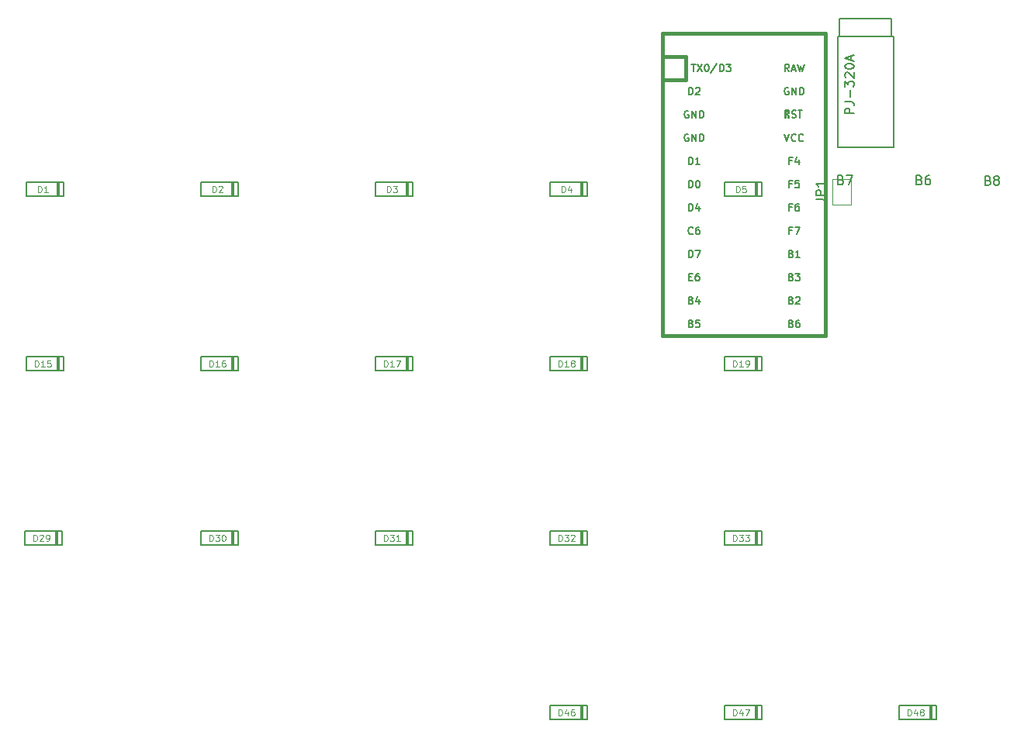
<source format=gbr>
G04 #@! TF.GenerationSoftware,KiCad,Pcbnew,(5.1.2)-2*
G04 #@! TF.CreationDate,2020-05-14T12:33:36-05:00*
G04 #@! TF.ProjectId,3DotDash,33446f74-4461-4736-982e-6b696361645f,rev?*
G04 #@! TF.SameCoordinates,Original*
G04 #@! TF.FileFunction,Legend,Top*
G04 #@! TF.FilePolarity,Positive*
%FSLAX46Y46*%
G04 Gerber Fmt 4.6, Leading zero omitted, Abs format (unit mm)*
G04 Created by KiCad (PCBNEW (5.1.2)-2) date 2020-05-14 12:33:36*
%MOMM*%
%LPD*%
G04 APERTURE LIST*
%ADD10C,0.150000*%
%ADD11C,0.120000*%
%ADD12C,0.381000*%
%ADD13C,0.100000*%
%ADD14C,0.125000*%
G04 APERTURE END LIST*
D10*
X217900000Y-52450000D02*
X211800000Y-52450000D01*
X217900000Y-64550000D02*
X211800000Y-64550000D01*
X217900000Y-52450000D02*
X217900000Y-64550000D01*
X211800000Y-52450000D02*
X211800000Y-64550000D01*
X217650000Y-52450000D02*
X217650000Y-50450000D01*
X212050000Y-52450000D02*
X212050000Y-50450000D01*
X217650000Y-50450000D02*
X212050000Y-50450000D01*
D11*
X213270000Y-68000000D02*
X213270000Y-70800000D01*
X213270000Y-70800000D02*
X211270000Y-70800000D01*
X211270000Y-70800000D02*
X211270000Y-68000000D01*
X211270000Y-68000000D02*
X213270000Y-68000000D01*
D12*
X195262500Y-54610000D02*
X192722500Y-54610000D01*
X192722500Y-52070000D02*
X192722500Y-54610000D01*
X210502500Y-52070000D02*
X192722500Y-52070000D01*
X210502500Y-54610000D02*
X210502500Y-52070000D01*
D10*
G36*
X206544068Y-61089360D02*
G01*
X206544068Y-61289360D01*
X206444068Y-61289360D01*
X206444068Y-61089360D01*
X206544068Y-61089360D01*
G37*
X206544068Y-61089360D02*
X206544068Y-61289360D01*
X206444068Y-61289360D01*
X206444068Y-61089360D01*
X206544068Y-61089360D01*
G36*
X206144068Y-60489360D02*
G01*
X206144068Y-61289360D01*
X206044068Y-61289360D01*
X206044068Y-60489360D01*
X206144068Y-60489360D01*
G37*
X206144068Y-60489360D02*
X206144068Y-61289360D01*
X206044068Y-61289360D01*
X206044068Y-60489360D01*
X206144068Y-60489360D01*
G36*
X206544068Y-60489360D02*
G01*
X206544068Y-60589360D01*
X206044068Y-60589360D01*
X206044068Y-60489360D01*
X206544068Y-60489360D01*
G37*
X206544068Y-60489360D02*
X206544068Y-60589360D01*
X206044068Y-60589360D01*
X206044068Y-60489360D01*
X206544068Y-60489360D01*
G36*
X206344068Y-60889360D02*
G01*
X206344068Y-60989360D01*
X206244068Y-60989360D01*
X206244068Y-60889360D01*
X206344068Y-60889360D01*
G37*
X206344068Y-60889360D02*
X206344068Y-60989360D01*
X206244068Y-60989360D01*
X206244068Y-60889360D01*
X206344068Y-60889360D01*
G36*
X206544068Y-60489360D02*
G01*
X206544068Y-60789360D01*
X206444068Y-60789360D01*
X206444068Y-60489360D01*
X206544068Y-60489360D01*
G37*
X206544068Y-60489360D02*
X206544068Y-60789360D01*
X206444068Y-60789360D01*
X206444068Y-60489360D01*
X206544068Y-60489360D01*
D12*
X195262500Y-57150000D02*
X192722500Y-57150000D01*
X195262500Y-54610000D02*
X195262500Y-57150000D01*
X210502500Y-85090000D02*
X210502500Y-54610000D01*
X192722500Y-85090000D02*
X210502500Y-85090000D01*
X192722500Y-54610000D02*
X192722500Y-85090000D01*
D13*
G36*
X221848750Y-125516749D02*
G01*
X221848750Y-127040749D01*
X222102750Y-127040749D01*
X222102750Y-125516749D01*
X221848750Y-125516749D01*
G37*
X221848750Y-125516749D02*
X221848750Y-127040749D01*
X222102750Y-127040749D01*
X222102750Y-125516749D01*
X221848750Y-125516749D01*
D10*
X218546750Y-127040749D02*
X222610750Y-127040749D01*
X218546750Y-125516749D02*
X218546750Y-127040749D01*
X222610750Y-125516749D02*
X218546750Y-125516749D01*
X222610750Y-127040749D02*
X222610750Y-125516749D01*
D13*
G36*
X202798750Y-125516750D02*
G01*
X202798750Y-127040750D01*
X203052750Y-127040750D01*
X203052750Y-125516750D01*
X202798750Y-125516750D01*
G37*
X202798750Y-125516750D02*
X202798750Y-127040750D01*
X203052750Y-127040750D01*
X203052750Y-125516750D01*
X202798750Y-125516750D01*
D10*
X199496750Y-127040750D02*
X203560750Y-127040750D01*
X199496750Y-125516750D02*
X199496750Y-127040750D01*
X203560750Y-125516750D02*
X199496750Y-125516750D01*
X203560750Y-127040750D02*
X203560750Y-125516750D01*
D13*
G36*
X183748750Y-125516751D02*
G01*
X183748750Y-127040751D01*
X184002750Y-127040751D01*
X184002750Y-125516751D01*
X183748750Y-125516751D01*
G37*
X183748750Y-125516751D02*
X183748750Y-127040751D01*
X184002750Y-127040751D01*
X184002750Y-125516751D01*
X183748750Y-125516751D01*
D10*
X180446750Y-127040751D02*
X184510750Y-127040751D01*
X180446750Y-125516751D02*
X180446750Y-127040751D01*
X184510750Y-125516751D02*
X180446750Y-125516751D01*
X184510750Y-127040751D02*
X184510750Y-125516751D01*
D13*
G36*
X202798750Y-106466750D02*
G01*
X202798750Y-107990750D01*
X203052750Y-107990750D01*
X203052750Y-106466750D01*
X202798750Y-106466750D01*
G37*
X202798750Y-106466750D02*
X202798750Y-107990750D01*
X203052750Y-107990750D01*
X203052750Y-106466750D01*
X202798750Y-106466750D01*
D10*
X199496750Y-107990750D02*
X203560750Y-107990750D01*
X199496750Y-106466750D02*
X199496750Y-107990750D01*
X203560750Y-106466750D02*
X199496750Y-106466750D01*
X203560750Y-107990750D02*
X203560750Y-106466750D01*
D13*
G36*
X183748751Y-106466749D02*
G01*
X183748751Y-107990749D01*
X184002751Y-107990749D01*
X184002751Y-106466749D01*
X183748751Y-106466749D01*
G37*
X183748751Y-106466749D02*
X183748751Y-107990749D01*
X184002751Y-107990749D01*
X184002751Y-106466749D01*
X183748751Y-106466749D01*
D10*
X180446751Y-107990749D02*
X184510751Y-107990749D01*
X180446751Y-106466749D02*
X180446751Y-107990749D01*
X184510751Y-106466749D02*
X180446751Y-106466749D01*
X184510751Y-107990749D02*
X184510751Y-106466749D01*
D13*
G36*
X164698750Y-106466750D02*
G01*
X164698750Y-107990750D01*
X164952750Y-107990750D01*
X164952750Y-106466750D01*
X164698750Y-106466750D01*
G37*
X164698750Y-106466750D02*
X164698750Y-107990750D01*
X164952750Y-107990750D01*
X164952750Y-106466750D01*
X164698750Y-106466750D01*
D10*
X161396750Y-107990750D02*
X165460750Y-107990750D01*
X161396750Y-106466750D02*
X161396750Y-107990750D01*
X165460750Y-106466750D02*
X161396750Y-106466750D01*
X165460750Y-107990750D02*
X165460750Y-106466750D01*
D13*
G36*
X145648750Y-106466750D02*
G01*
X145648750Y-107990750D01*
X145902750Y-107990750D01*
X145902750Y-106466750D01*
X145648750Y-106466750D01*
G37*
X145648750Y-106466750D02*
X145648750Y-107990750D01*
X145902750Y-107990750D01*
X145902750Y-106466750D01*
X145648750Y-106466750D01*
D10*
X142346750Y-107990750D02*
X146410750Y-107990750D01*
X142346750Y-106466750D02*
X142346750Y-107990750D01*
X146410750Y-106466750D02*
X142346750Y-106466750D01*
X146410750Y-107990750D02*
X146410750Y-106466750D01*
D13*
G36*
X126440000Y-106466750D02*
G01*
X126440000Y-107990750D01*
X126694000Y-107990750D01*
X126694000Y-106466750D01*
X126440000Y-106466750D01*
G37*
X126440000Y-106466750D02*
X126440000Y-107990750D01*
X126694000Y-107990750D01*
X126694000Y-106466750D01*
X126440000Y-106466750D01*
D10*
X123138000Y-107990750D02*
X127202000Y-107990750D01*
X123138000Y-106466750D02*
X123138000Y-107990750D01*
X127202000Y-106466750D02*
X123138000Y-106466750D01*
X127202000Y-107990750D02*
X127202000Y-106466750D01*
D13*
G36*
X202798750Y-87416750D02*
G01*
X202798750Y-88940750D01*
X203052750Y-88940750D01*
X203052750Y-87416750D01*
X202798750Y-87416750D01*
G37*
X202798750Y-87416750D02*
X202798750Y-88940750D01*
X203052750Y-88940750D01*
X203052750Y-87416750D01*
X202798750Y-87416750D01*
D10*
X199496750Y-88940750D02*
X203560750Y-88940750D01*
X199496750Y-87416750D02*
X199496750Y-88940750D01*
X203560750Y-87416750D02*
X199496750Y-87416750D01*
X203560750Y-88940750D02*
X203560750Y-87416750D01*
D13*
G36*
X183748749Y-87416749D02*
G01*
X183748749Y-88940749D01*
X184002749Y-88940749D01*
X184002749Y-87416749D01*
X183748749Y-87416749D01*
G37*
X183748749Y-87416749D02*
X183748749Y-88940749D01*
X184002749Y-88940749D01*
X184002749Y-87416749D01*
X183748749Y-87416749D01*
D10*
X180446749Y-88940749D02*
X184510749Y-88940749D01*
X180446749Y-87416749D02*
X180446749Y-88940749D01*
X184510749Y-87416749D02*
X180446749Y-87416749D01*
X184510749Y-88940749D02*
X184510749Y-87416749D01*
D13*
G36*
X164698750Y-87416750D02*
G01*
X164698750Y-88940750D01*
X164952750Y-88940750D01*
X164952750Y-87416750D01*
X164698750Y-87416750D01*
G37*
X164698750Y-87416750D02*
X164698750Y-88940750D01*
X164952750Y-88940750D01*
X164952750Y-87416750D01*
X164698750Y-87416750D01*
D10*
X161396750Y-88940750D02*
X165460750Y-88940750D01*
X161396750Y-87416750D02*
X161396750Y-88940750D01*
X165460750Y-87416750D02*
X161396750Y-87416750D01*
X165460750Y-88940750D02*
X165460750Y-87416750D01*
D13*
G36*
X145648750Y-87416750D02*
G01*
X145648750Y-88940750D01*
X145902750Y-88940750D01*
X145902750Y-87416750D01*
X145648750Y-87416750D01*
G37*
X145648750Y-87416750D02*
X145648750Y-88940750D01*
X145902750Y-88940750D01*
X145902750Y-87416750D01*
X145648750Y-87416750D01*
D10*
X142346750Y-88940750D02*
X146410750Y-88940750D01*
X142346750Y-87416750D02*
X142346750Y-88940750D01*
X146410750Y-87416750D02*
X142346750Y-87416750D01*
X146410750Y-88940750D02*
X146410750Y-87416750D01*
D13*
G36*
X126598750Y-87416751D02*
G01*
X126598750Y-88940751D01*
X126852750Y-88940751D01*
X126852750Y-87416751D01*
X126598750Y-87416751D01*
G37*
X126598750Y-87416751D02*
X126598750Y-88940751D01*
X126852750Y-88940751D01*
X126852750Y-87416751D01*
X126598750Y-87416751D01*
D10*
X123296750Y-88940751D02*
X127360750Y-88940751D01*
X123296750Y-87416751D02*
X123296750Y-88940751D01*
X127360750Y-87416751D02*
X123296750Y-87416751D01*
X127360750Y-88940751D02*
X127360750Y-87416751D01*
D13*
G36*
X202798750Y-68366750D02*
G01*
X202798750Y-69890750D01*
X203052750Y-69890750D01*
X203052750Y-68366750D01*
X202798750Y-68366750D01*
G37*
X202798750Y-68366750D02*
X202798750Y-69890750D01*
X203052750Y-69890750D01*
X203052750Y-68366750D01*
X202798750Y-68366750D01*
D10*
X199496750Y-69890750D02*
X203560750Y-69890750D01*
X199496750Y-68366750D02*
X199496750Y-69890750D01*
X203560750Y-68366750D02*
X199496750Y-68366750D01*
X203560750Y-69890750D02*
X203560750Y-68366750D01*
D13*
G36*
X183748750Y-68366750D02*
G01*
X183748750Y-69890750D01*
X184002750Y-69890750D01*
X184002750Y-68366750D01*
X183748750Y-68366750D01*
G37*
X183748750Y-68366750D02*
X183748750Y-69890750D01*
X184002750Y-69890750D01*
X184002750Y-68366750D01*
X183748750Y-68366750D01*
D10*
X180446750Y-69890750D02*
X184510750Y-69890750D01*
X180446750Y-68366750D02*
X180446750Y-69890750D01*
X184510750Y-68366750D02*
X180446750Y-68366750D01*
X184510750Y-69890750D02*
X184510750Y-68366750D01*
D13*
G36*
X164698750Y-68366750D02*
G01*
X164698750Y-69890750D01*
X164952750Y-69890750D01*
X164952750Y-68366750D01*
X164698750Y-68366750D01*
G37*
X164698750Y-68366750D02*
X164698750Y-69890750D01*
X164952750Y-69890750D01*
X164952750Y-68366750D01*
X164698750Y-68366750D01*
D10*
X161396750Y-69890750D02*
X165460750Y-69890750D01*
X161396750Y-68366750D02*
X161396750Y-69890750D01*
X165460750Y-68366750D02*
X161396750Y-68366750D01*
X165460750Y-69890750D02*
X165460750Y-68366750D01*
D13*
G36*
X145648750Y-68366750D02*
G01*
X145648750Y-69890750D01*
X145902750Y-69890750D01*
X145902750Y-68366750D01*
X145648750Y-68366750D01*
G37*
X145648750Y-68366750D02*
X145648750Y-69890750D01*
X145902750Y-69890750D01*
X145902750Y-68366750D01*
X145648750Y-68366750D01*
D10*
X142346750Y-69890750D02*
X146410750Y-69890750D01*
X142346750Y-68366750D02*
X142346750Y-69890750D01*
X146410750Y-68366750D02*
X142346750Y-68366750D01*
X146410750Y-69890750D02*
X146410750Y-68366750D01*
D13*
G36*
X126598751Y-68366750D02*
G01*
X126598751Y-69890750D01*
X126852751Y-69890750D01*
X126852751Y-68366750D01*
X126598751Y-68366750D01*
G37*
X126598751Y-68366750D02*
X126598751Y-69890750D01*
X126852751Y-69890750D01*
X126852751Y-68366750D01*
X126598751Y-68366750D01*
D10*
X123296751Y-69890750D02*
X127360751Y-69890750D01*
X123296751Y-68366750D02*
X123296751Y-69890750D01*
X127360751Y-68366750D02*
X123296751Y-68366750D01*
X127360751Y-69890750D02*
X127360751Y-68366750D01*
X213602380Y-60819047D02*
X212602380Y-60819047D01*
X212602380Y-60438095D01*
X212650000Y-60342857D01*
X212697619Y-60295238D01*
X212792857Y-60247619D01*
X212935714Y-60247619D01*
X213030952Y-60295238D01*
X213078571Y-60342857D01*
X213126190Y-60438095D01*
X213126190Y-60819047D01*
X212602380Y-59533333D02*
X213316666Y-59533333D01*
X213459523Y-59580952D01*
X213554761Y-59676190D01*
X213602380Y-59819047D01*
X213602380Y-59914285D01*
X213221428Y-59057142D02*
X213221428Y-58295238D01*
X212602380Y-57914285D02*
X212602380Y-57295238D01*
X212983333Y-57628571D01*
X212983333Y-57485714D01*
X213030952Y-57390476D01*
X213078571Y-57342857D01*
X213173809Y-57295238D01*
X213411904Y-57295238D01*
X213507142Y-57342857D01*
X213554761Y-57390476D01*
X213602380Y-57485714D01*
X213602380Y-57771428D01*
X213554761Y-57866666D01*
X213507142Y-57914285D01*
X212697619Y-56914285D02*
X212650000Y-56866666D01*
X212602380Y-56771428D01*
X212602380Y-56533333D01*
X212650000Y-56438095D01*
X212697619Y-56390476D01*
X212792857Y-56342857D01*
X212888095Y-56342857D01*
X213030952Y-56390476D01*
X213602380Y-56961904D01*
X213602380Y-56342857D01*
X212602380Y-55723809D02*
X212602380Y-55628571D01*
X212650000Y-55533333D01*
X212697619Y-55485714D01*
X212792857Y-55438095D01*
X212983333Y-55390476D01*
X213221428Y-55390476D01*
X213411904Y-55438095D01*
X213507142Y-55485714D01*
X213554761Y-55533333D01*
X213602380Y-55628571D01*
X213602380Y-55723809D01*
X213554761Y-55819047D01*
X213507142Y-55866666D01*
X213411904Y-55914285D01*
X213221428Y-55961904D01*
X212983333Y-55961904D01*
X212792857Y-55914285D01*
X212697619Y-55866666D01*
X212650000Y-55819047D01*
X212602380Y-55723809D01*
X213316666Y-55009523D02*
X213316666Y-54533333D01*
X213602380Y-55104761D02*
X212602380Y-54771428D01*
X213602380Y-54438095D01*
X209436380Y-70233333D02*
X210150666Y-70233333D01*
X210293523Y-70280952D01*
X210388761Y-70376190D01*
X210436380Y-70519047D01*
X210436380Y-70614285D01*
X210436380Y-69757142D02*
X209436380Y-69757142D01*
X209436380Y-69376190D01*
X209484000Y-69280952D01*
X209531619Y-69233333D01*
X209626857Y-69185714D01*
X209769714Y-69185714D01*
X209864952Y-69233333D01*
X209912571Y-69280952D01*
X209960190Y-69376190D01*
X209960190Y-69757142D01*
X210436380Y-68233333D02*
X210436380Y-68804761D01*
X210436380Y-68519047D02*
X209436380Y-68519047D01*
X209579238Y-68614285D01*
X209674476Y-68709523D01*
X209722095Y-68804761D01*
X228259238Y-68136571D02*
X228402095Y-68184190D01*
X228449714Y-68231809D01*
X228497333Y-68327047D01*
X228497333Y-68469904D01*
X228449714Y-68565142D01*
X228402095Y-68612761D01*
X228306857Y-68660380D01*
X227925904Y-68660380D01*
X227925904Y-67660380D01*
X228259238Y-67660380D01*
X228354476Y-67708000D01*
X228402095Y-67755619D01*
X228449714Y-67850857D01*
X228449714Y-67946095D01*
X228402095Y-68041333D01*
X228354476Y-68088952D01*
X228259238Y-68136571D01*
X227925904Y-68136571D01*
X229068761Y-68088952D02*
X228973523Y-68041333D01*
X228925904Y-67993714D01*
X228878285Y-67898476D01*
X228878285Y-67850857D01*
X228925904Y-67755619D01*
X228973523Y-67708000D01*
X229068761Y-67660380D01*
X229259238Y-67660380D01*
X229354476Y-67708000D01*
X229402095Y-67755619D01*
X229449714Y-67850857D01*
X229449714Y-67898476D01*
X229402095Y-67993714D01*
X229354476Y-68041333D01*
X229259238Y-68088952D01*
X229068761Y-68088952D01*
X228973523Y-68136571D01*
X228925904Y-68184190D01*
X228878285Y-68279428D01*
X228878285Y-68469904D01*
X228925904Y-68565142D01*
X228973523Y-68612761D01*
X229068761Y-68660380D01*
X229259238Y-68660380D01*
X229354476Y-68612761D01*
X229402095Y-68565142D01*
X229449714Y-68469904D01*
X229449714Y-68279428D01*
X229402095Y-68184190D01*
X229354476Y-68136571D01*
X229259238Y-68088952D01*
X212199238Y-68076571D02*
X212342095Y-68124190D01*
X212389714Y-68171809D01*
X212437333Y-68267047D01*
X212437333Y-68409904D01*
X212389714Y-68505142D01*
X212342095Y-68552761D01*
X212246857Y-68600380D01*
X211865904Y-68600380D01*
X211865904Y-67600380D01*
X212199238Y-67600380D01*
X212294476Y-67648000D01*
X212342095Y-67695619D01*
X212389714Y-67790857D01*
X212389714Y-67886095D01*
X212342095Y-67981333D01*
X212294476Y-68028952D01*
X212199238Y-68076571D01*
X211865904Y-68076571D01*
X212770666Y-67600380D02*
X213437333Y-67600380D01*
X213008761Y-68600380D01*
X220759238Y-68076571D02*
X220902095Y-68124190D01*
X220949714Y-68171809D01*
X220997333Y-68267047D01*
X220997333Y-68409904D01*
X220949714Y-68505142D01*
X220902095Y-68552761D01*
X220806857Y-68600380D01*
X220425904Y-68600380D01*
X220425904Y-67600380D01*
X220759238Y-67600380D01*
X220854476Y-67648000D01*
X220902095Y-67695619D01*
X220949714Y-67790857D01*
X220949714Y-67886095D01*
X220902095Y-67981333D01*
X220854476Y-68028952D01*
X220759238Y-68076571D01*
X220425904Y-68076571D01*
X221854476Y-67600380D02*
X221664000Y-67600380D01*
X221568761Y-67648000D01*
X221521142Y-67695619D01*
X221425904Y-67838476D01*
X221378285Y-68028952D01*
X221378285Y-68409904D01*
X221425904Y-68505142D01*
X221473523Y-68552761D01*
X221568761Y-68600380D01*
X221759238Y-68600380D01*
X221854476Y-68552761D01*
X221902095Y-68505142D01*
X221949714Y-68409904D01*
X221949714Y-68171809D01*
X221902095Y-68076571D01*
X221854476Y-68028952D01*
X221759238Y-67981333D01*
X221568761Y-67981333D01*
X221473523Y-68028952D01*
X221425904Y-68076571D01*
X221378285Y-68171809D01*
X195850151Y-55441904D02*
X196307294Y-55441904D01*
X196078723Y-56241904D02*
X196078723Y-55441904D01*
X196497770Y-55441904D02*
X197031104Y-56241904D01*
X197031104Y-55441904D02*
X196497770Y-56241904D01*
X197488247Y-55441904D02*
X197564437Y-55441904D01*
X197640628Y-55480000D01*
X197678723Y-55518095D01*
X197716818Y-55594285D01*
X197754913Y-55746666D01*
X197754913Y-55937142D01*
X197716818Y-56089523D01*
X197678723Y-56165714D01*
X197640628Y-56203809D01*
X197564437Y-56241904D01*
X197488247Y-56241904D01*
X197412056Y-56203809D01*
X197373961Y-56165714D01*
X197335866Y-56089523D01*
X197297770Y-55937142D01*
X197297770Y-55746666D01*
X197335866Y-55594285D01*
X197373961Y-55518095D01*
X197412056Y-55480000D01*
X197488247Y-55441904D01*
X198669199Y-55403809D02*
X197983485Y-56432380D01*
X198935866Y-56241904D02*
X198935866Y-55441904D01*
X199126342Y-55441904D01*
X199240628Y-55480000D01*
X199316818Y-55556190D01*
X199354913Y-55632380D01*
X199393008Y-55784761D01*
X199393008Y-55899047D01*
X199354913Y-56051428D01*
X199316818Y-56127619D01*
X199240628Y-56203809D01*
X199126342Y-56241904D01*
X198935866Y-56241904D01*
X199659675Y-55441904D02*
X200154913Y-55441904D01*
X199888247Y-55746666D01*
X200002532Y-55746666D01*
X200078723Y-55784761D01*
X200116818Y-55822857D01*
X200154913Y-55899047D01*
X200154913Y-56089523D01*
X200116818Y-56165714D01*
X200078723Y-56203809D01*
X200002532Y-56241904D01*
X199773961Y-56241904D01*
X199697770Y-56203809D01*
X199659675Y-56165714D01*
X195561023Y-58781904D02*
X195561023Y-57981904D01*
X195751500Y-57981904D01*
X195865785Y-58020000D01*
X195941976Y-58096190D01*
X195980071Y-58172380D01*
X196018166Y-58324761D01*
X196018166Y-58439047D01*
X195980071Y-58591428D01*
X195941976Y-58667619D01*
X195865785Y-58743809D01*
X195751500Y-58781904D01*
X195561023Y-58781904D01*
X196322928Y-58058095D02*
X196361023Y-58020000D01*
X196437214Y-57981904D01*
X196627690Y-57981904D01*
X196703880Y-58020000D01*
X196741976Y-58058095D01*
X196780071Y-58134285D01*
X196780071Y-58210476D01*
X196741976Y-58324761D01*
X196284833Y-58781904D01*
X196780071Y-58781904D01*
X195561023Y-68941904D02*
X195561023Y-68141904D01*
X195751500Y-68141904D01*
X195865785Y-68180000D01*
X195941976Y-68256190D01*
X195980071Y-68332380D01*
X196018166Y-68484761D01*
X196018166Y-68599047D01*
X195980071Y-68751428D01*
X195941976Y-68827619D01*
X195865785Y-68903809D01*
X195751500Y-68941904D01*
X195561023Y-68941904D01*
X196513404Y-68141904D02*
X196589595Y-68141904D01*
X196665785Y-68180000D01*
X196703880Y-68218095D01*
X196741976Y-68294285D01*
X196780071Y-68446666D01*
X196780071Y-68637142D01*
X196741976Y-68789523D01*
X196703880Y-68865714D01*
X196665785Y-68903809D01*
X196589595Y-68941904D01*
X196513404Y-68941904D01*
X196437214Y-68903809D01*
X196399119Y-68865714D01*
X196361023Y-68789523D01*
X196322928Y-68637142D01*
X196322928Y-68446666D01*
X196361023Y-68294285D01*
X196399119Y-68218095D01*
X196437214Y-68180000D01*
X196513404Y-68141904D01*
X195561023Y-66401904D02*
X195561023Y-65601904D01*
X195751500Y-65601904D01*
X195865785Y-65640000D01*
X195941976Y-65716190D01*
X195980071Y-65792380D01*
X196018166Y-65944761D01*
X196018166Y-66059047D01*
X195980071Y-66211428D01*
X195941976Y-66287619D01*
X195865785Y-66363809D01*
X195751500Y-66401904D01*
X195561023Y-66401904D01*
X196780071Y-66401904D02*
X196322928Y-66401904D01*
X196551500Y-66401904D02*
X196551500Y-65601904D01*
X196475309Y-65716190D01*
X196399119Y-65792380D01*
X196322928Y-65830476D01*
X195541976Y-63100000D02*
X195465785Y-63061904D01*
X195351500Y-63061904D01*
X195237214Y-63100000D01*
X195161023Y-63176190D01*
X195122928Y-63252380D01*
X195084833Y-63404761D01*
X195084833Y-63519047D01*
X195122928Y-63671428D01*
X195161023Y-63747619D01*
X195237214Y-63823809D01*
X195351500Y-63861904D01*
X195427690Y-63861904D01*
X195541976Y-63823809D01*
X195580071Y-63785714D01*
X195580071Y-63519047D01*
X195427690Y-63519047D01*
X195922928Y-63861904D02*
X195922928Y-63061904D01*
X196380071Y-63861904D01*
X196380071Y-63061904D01*
X196761023Y-63861904D02*
X196761023Y-63061904D01*
X196951500Y-63061904D01*
X197065785Y-63100000D01*
X197141976Y-63176190D01*
X197180071Y-63252380D01*
X197218166Y-63404761D01*
X197218166Y-63519047D01*
X197180071Y-63671428D01*
X197141976Y-63747619D01*
X197065785Y-63823809D01*
X196951500Y-63861904D01*
X196761023Y-63861904D01*
X195541976Y-60560000D02*
X195465785Y-60521904D01*
X195351500Y-60521904D01*
X195237214Y-60560000D01*
X195161023Y-60636190D01*
X195122928Y-60712380D01*
X195084833Y-60864761D01*
X195084833Y-60979047D01*
X195122928Y-61131428D01*
X195161023Y-61207619D01*
X195237214Y-61283809D01*
X195351500Y-61321904D01*
X195427690Y-61321904D01*
X195541976Y-61283809D01*
X195580071Y-61245714D01*
X195580071Y-60979047D01*
X195427690Y-60979047D01*
X195922928Y-61321904D02*
X195922928Y-60521904D01*
X196380071Y-61321904D01*
X196380071Y-60521904D01*
X196761023Y-61321904D02*
X196761023Y-60521904D01*
X196951500Y-60521904D01*
X197065785Y-60560000D01*
X197141976Y-60636190D01*
X197180071Y-60712380D01*
X197218166Y-60864761D01*
X197218166Y-60979047D01*
X197180071Y-61131428D01*
X197141976Y-61207619D01*
X197065785Y-61283809D01*
X196951500Y-61321904D01*
X196761023Y-61321904D01*
X195561023Y-71481904D02*
X195561023Y-70681904D01*
X195751500Y-70681904D01*
X195865785Y-70720000D01*
X195941976Y-70796190D01*
X195980071Y-70872380D01*
X196018166Y-71024761D01*
X196018166Y-71139047D01*
X195980071Y-71291428D01*
X195941976Y-71367619D01*
X195865785Y-71443809D01*
X195751500Y-71481904D01*
X195561023Y-71481904D01*
X196703880Y-70948571D02*
X196703880Y-71481904D01*
X196513404Y-70643809D02*
X196322928Y-71215238D01*
X196818166Y-71215238D01*
X196018166Y-73945714D02*
X195980071Y-73983809D01*
X195865785Y-74021904D01*
X195789595Y-74021904D01*
X195675309Y-73983809D01*
X195599119Y-73907619D01*
X195561023Y-73831428D01*
X195522928Y-73679047D01*
X195522928Y-73564761D01*
X195561023Y-73412380D01*
X195599119Y-73336190D01*
X195675309Y-73260000D01*
X195789595Y-73221904D01*
X195865785Y-73221904D01*
X195980071Y-73260000D01*
X196018166Y-73298095D01*
X196703880Y-73221904D02*
X196551500Y-73221904D01*
X196475309Y-73260000D01*
X196437214Y-73298095D01*
X196361023Y-73412380D01*
X196322928Y-73564761D01*
X196322928Y-73869523D01*
X196361023Y-73945714D01*
X196399119Y-73983809D01*
X196475309Y-74021904D01*
X196627690Y-74021904D01*
X196703880Y-73983809D01*
X196741976Y-73945714D01*
X196780071Y-73869523D01*
X196780071Y-73679047D01*
X196741976Y-73602857D01*
X196703880Y-73564761D01*
X196627690Y-73526666D01*
X196475309Y-73526666D01*
X196399119Y-73564761D01*
X196361023Y-73602857D01*
X196322928Y-73679047D01*
X195561023Y-76561904D02*
X195561023Y-75761904D01*
X195751500Y-75761904D01*
X195865785Y-75800000D01*
X195941976Y-75876190D01*
X195980071Y-75952380D01*
X196018166Y-76104761D01*
X196018166Y-76219047D01*
X195980071Y-76371428D01*
X195941976Y-76447619D01*
X195865785Y-76523809D01*
X195751500Y-76561904D01*
X195561023Y-76561904D01*
X196284833Y-75761904D02*
X196818166Y-75761904D01*
X196475309Y-76561904D01*
X195599119Y-78682857D02*
X195865785Y-78682857D01*
X195980071Y-79101904D02*
X195599119Y-79101904D01*
X195599119Y-78301904D01*
X195980071Y-78301904D01*
X196665785Y-78301904D02*
X196513404Y-78301904D01*
X196437214Y-78340000D01*
X196399119Y-78378095D01*
X196322928Y-78492380D01*
X196284833Y-78644761D01*
X196284833Y-78949523D01*
X196322928Y-79025714D01*
X196361023Y-79063809D01*
X196437214Y-79101904D01*
X196589595Y-79101904D01*
X196665785Y-79063809D01*
X196703880Y-79025714D01*
X196741976Y-78949523D01*
X196741976Y-78759047D01*
X196703880Y-78682857D01*
X196665785Y-78644761D01*
X196589595Y-78606666D01*
X196437214Y-78606666D01*
X196361023Y-78644761D01*
X196322928Y-78682857D01*
X196284833Y-78759047D01*
X195827690Y-81222857D02*
X195941976Y-81260952D01*
X195980071Y-81299047D01*
X196018166Y-81375238D01*
X196018166Y-81489523D01*
X195980071Y-81565714D01*
X195941976Y-81603809D01*
X195865785Y-81641904D01*
X195561023Y-81641904D01*
X195561023Y-80841904D01*
X195827690Y-80841904D01*
X195903880Y-80880000D01*
X195941976Y-80918095D01*
X195980071Y-80994285D01*
X195980071Y-81070476D01*
X195941976Y-81146666D01*
X195903880Y-81184761D01*
X195827690Y-81222857D01*
X195561023Y-81222857D01*
X196703880Y-81108571D02*
X196703880Y-81641904D01*
X196513404Y-80803809D02*
X196322928Y-81375238D01*
X196818166Y-81375238D01*
X195827690Y-83762857D02*
X195941976Y-83800952D01*
X195980071Y-83839047D01*
X196018166Y-83915238D01*
X196018166Y-84029523D01*
X195980071Y-84105714D01*
X195941976Y-84143809D01*
X195865785Y-84181904D01*
X195561023Y-84181904D01*
X195561023Y-83381904D01*
X195827690Y-83381904D01*
X195903880Y-83420000D01*
X195941976Y-83458095D01*
X195980071Y-83534285D01*
X195980071Y-83610476D01*
X195941976Y-83686666D01*
X195903880Y-83724761D01*
X195827690Y-83762857D01*
X195561023Y-83762857D01*
X196741976Y-83381904D02*
X196361023Y-83381904D01*
X196322928Y-83762857D01*
X196361023Y-83724761D01*
X196437214Y-83686666D01*
X196627690Y-83686666D01*
X196703880Y-83724761D01*
X196741976Y-83762857D01*
X196780071Y-83839047D01*
X196780071Y-84029523D01*
X196741976Y-84105714D01*
X196703880Y-84143809D01*
X196627690Y-84181904D01*
X196437214Y-84181904D01*
X196361023Y-84143809D01*
X196322928Y-84105714D01*
X206749690Y-83762857D02*
X206863976Y-83800952D01*
X206902071Y-83839047D01*
X206940166Y-83915238D01*
X206940166Y-84029523D01*
X206902071Y-84105714D01*
X206863976Y-84143809D01*
X206787785Y-84181904D01*
X206483023Y-84181904D01*
X206483023Y-83381904D01*
X206749690Y-83381904D01*
X206825880Y-83420000D01*
X206863976Y-83458095D01*
X206902071Y-83534285D01*
X206902071Y-83610476D01*
X206863976Y-83686666D01*
X206825880Y-83724761D01*
X206749690Y-83762857D01*
X206483023Y-83762857D01*
X207625880Y-83381904D02*
X207473500Y-83381904D01*
X207397309Y-83420000D01*
X207359214Y-83458095D01*
X207283023Y-83572380D01*
X207244928Y-83724761D01*
X207244928Y-84029523D01*
X207283023Y-84105714D01*
X207321119Y-84143809D01*
X207397309Y-84181904D01*
X207549690Y-84181904D01*
X207625880Y-84143809D01*
X207663976Y-84105714D01*
X207702071Y-84029523D01*
X207702071Y-83839047D01*
X207663976Y-83762857D01*
X207625880Y-83724761D01*
X207549690Y-83686666D01*
X207397309Y-83686666D01*
X207321119Y-83724761D01*
X207283023Y-83762857D01*
X207244928Y-83839047D01*
X206749690Y-78682857D02*
X206863976Y-78720952D01*
X206902071Y-78759047D01*
X206940166Y-78835238D01*
X206940166Y-78949523D01*
X206902071Y-79025714D01*
X206863976Y-79063809D01*
X206787785Y-79101904D01*
X206483023Y-79101904D01*
X206483023Y-78301904D01*
X206749690Y-78301904D01*
X206825880Y-78340000D01*
X206863976Y-78378095D01*
X206902071Y-78454285D01*
X206902071Y-78530476D01*
X206863976Y-78606666D01*
X206825880Y-78644761D01*
X206749690Y-78682857D01*
X206483023Y-78682857D01*
X207206833Y-78301904D02*
X207702071Y-78301904D01*
X207435404Y-78606666D01*
X207549690Y-78606666D01*
X207625880Y-78644761D01*
X207663976Y-78682857D01*
X207702071Y-78759047D01*
X207702071Y-78949523D01*
X207663976Y-79025714D01*
X207625880Y-79063809D01*
X207549690Y-79101904D01*
X207321119Y-79101904D01*
X207244928Y-79063809D01*
X207206833Y-79025714D01*
X206749690Y-76142857D02*
X206863976Y-76180952D01*
X206902071Y-76219047D01*
X206940166Y-76295238D01*
X206940166Y-76409523D01*
X206902071Y-76485714D01*
X206863976Y-76523809D01*
X206787785Y-76561904D01*
X206483023Y-76561904D01*
X206483023Y-75761904D01*
X206749690Y-75761904D01*
X206825880Y-75800000D01*
X206863976Y-75838095D01*
X206902071Y-75914285D01*
X206902071Y-75990476D01*
X206863976Y-76066666D01*
X206825880Y-76104761D01*
X206749690Y-76142857D01*
X206483023Y-76142857D01*
X207702071Y-76561904D02*
X207244928Y-76561904D01*
X207473500Y-76561904D02*
X207473500Y-75761904D01*
X207397309Y-75876190D01*
X207321119Y-75952380D01*
X207244928Y-75990476D01*
X206806833Y-65982857D02*
X206540166Y-65982857D01*
X206540166Y-66401904D02*
X206540166Y-65601904D01*
X206921119Y-65601904D01*
X207568738Y-65868571D02*
X207568738Y-66401904D01*
X207378261Y-65563809D02*
X207187785Y-66135238D01*
X207683023Y-66135238D01*
X206006833Y-63061904D02*
X206273500Y-63861904D01*
X206540166Y-63061904D01*
X207263976Y-63785714D02*
X207225880Y-63823809D01*
X207111595Y-63861904D01*
X207035404Y-63861904D01*
X206921119Y-63823809D01*
X206844928Y-63747619D01*
X206806833Y-63671428D01*
X206768738Y-63519047D01*
X206768738Y-63404761D01*
X206806833Y-63252380D01*
X206844928Y-63176190D01*
X206921119Y-63100000D01*
X207035404Y-63061904D01*
X207111595Y-63061904D01*
X207225880Y-63100000D01*
X207263976Y-63138095D01*
X208063976Y-63785714D02*
X208025880Y-63823809D01*
X207911595Y-63861904D01*
X207835404Y-63861904D01*
X207721119Y-63823809D01*
X207644928Y-63747619D01*
X207606833Y-63671428D01*
X207568738Y-63519047D01*
X207568738Y-63404761D01*
X207606833Y-63252380D01*
X207644928Y-63176190D01*
X207721119Y-63100000D01*
X207835404Y-63061904D01*
X207911595Y-63061904D01*
X208025880Y-63100000D01*
X208063976Y-63138095D01*
X206812286Y-61253809D02*
X206926572Y-61291904D01*
X207117048Y-61291904D01*
X207193239Y-61253809D01*
X207231334Y-61215714D01*
X207269429Y-61139523D01*
X207269429Y-61063333D01*
X207231334Y-60987142D01*
X207193239Y-60949047D01*
X207117048Y-60910952D01*
X206964667Y-60872857D01*
X206888477Y-60834761D01*
X206850381Y-60796666D01*
X206812286Y-60720476D01*
X206812286Y-60644285D01*
X206850381Y-60568095D01*
X206888477Y-60530000D01*
X206964667Y-60491904D01*
X207155143Y-60491904D01*
X207269429Y-60530000D01*
X207498000Y-60491904D02*
X207955143Y-60491904D01*
X207726572Y-61291904D02*
X207726572Y-60491904D01*
X206463976Y-58020000D02*
X206387785Y-57981904D01*
X206273500Y-57981904D01*
X206159214Y-58020000D01*
X206083023Y-58096190D01*
X206044928Y-58172380D01*
X206006833Y-58324761D01*
X206006833Y-58439047D01*
X206044928Y-58591428D01*
X206083023Y-58667619D01*
X206159214Y-58743809D01*
X206273500Y-58781904D01*
X206349690Y-58781904D01*
X206463976Y-58743809D01*
X206502071Y-58705714D01*
X206502071Y-58439047D01*
X206349690Y-58439047D01*
X206844928Y-58781904D02*
X206844928Y-57981904D01*
X207302071Y-58781904D01*
X207302071Y-57981904D01*
X207683023Y-58781904D02*
X207683023Y-57981904D01*
X207873500Y-57981904D01*
X207987785Y-58020000D01*
X208063976Y-58096190D01*
X208102071Y-58172380D01*
X208140166Y-58324761D01*
X208140166Y-58439047D01*
X208102071Y-58591428D01*
X208063976Y-58667619D01*
X207987785Y-58743809D01*
X207873500Y-58781904D01*
X207683023Y-58781904D01*
X206521119Y-56241904D02*
X206254452Y-55860952D01*
X206063976Y-56241904D02*
X206063976Y-55441904D01*
X206368738Y-55441904D01*
X206444928Y-55480000D01*
X206483023Y-55518095D01*
X206521119Y-55594285D01*
X206521119Y-55708571D01*
X206483023Y-55784761D01*
X206444928Y-55822857D01*
X206368738Y-55860952D01*
X206063976Y-55860952D01*
X206825880Y-56013333D02*
X207206833Y-56013333D01*
X206749690Y-56241904D02*
X207016357Y-55441904D01*
X207283023Y-56241904D01*
X207473500Y-55441904D02*
X207663976Y-56241904D01*
X207816357Y-55670476D01*
X207968738Y-56241904D01*
X208159214Y-55441904D01*
X206806833Y-68522857D02*
X206540166Y-68522857D01*
X206540166Y-68941904D02*
X206540166Y-68141904D01*
X206921119Y-68141904D01*
X207606833Y-68141904D02*
X207225880Y-68141904D01*
X207187785Y-68522857D01*
X207225880Y-68484761D01*
X207302071Y-68446666D01*
X207492547Y-68446666D01*
X207568738Y-68484761D01*
X207606833Y-68522857D01*
X207644928Y-68599047D01*
X207644928Y-68789523D01*
X207606833Y-68865714D01*
X207568738Y-68903809D01*
X207492547Y-68941904D01*
X207302071Y-68941904D01*
X207225880Y-68903809D01*
X207187785Y-68865714D01*
X206806833Y-71062857D02*
X206540166Y-71062857D01*
X206540166Y-71481904D02*
X206540166Y-70681904D01*
X206921119Y-70681904D01*
X207568738Y-70681904D02*
X207416357Y-70681904D01*
X207340166Y-70720000D01*
X207302071Y-70758095D01*
X207225880Y-70872380D01*
X207187785Y-71024761D01*
X207187785Y-71329523D01*
X207225880Y-71405714D01*
X207263976Y-71443809D01*
X207340166Y-71481904D01*
X207492547Y-71481904D01*
X207568738Y-71443809D01*
X207606833Y-71405714D01*
X207644928Y-71329523D01*
X207644928Y-71139047D01*
X207606833Y-71062857D01*
X207568738Y-71024761D01*
X207492547Y-70986666D01*
X207340166Y-70986666D01*
X207263976Y-71024761D01*
X207225880Y-71062857D01*
X207187785Y-71139047D01*
X206806833Y-73602857D02*
X206540166Y-73602857D01*
X206540166Y-74021904D02*
X206540166Y-73221904D01*
X206921119Y-73221904D01*
X207149690Y-73221904D02*
X207683023Y-73221904D01*
X207340166Y-74021904D01*
X206749690Y-81222857D02*
X206863976Y-81260952D01*
X206902071Y-81299047D01*
X206940166Y-81375238D01*
X206940166Y-81489523D01*
X206902071Y-81565714D01*
X206863976Y-81603809D01*
X206787785Y-81641904D01*
X206483023Y-81641904D01*
X206483023Y-80841904D01*
X206749690Y-80841904D01*
X206825880Y-80880000D01*
X206863976Y-80918095D01*
X206902071Y-80994285D01*
X206902071Y-81070476D01*
X206863976Y-81146666D01*
X206825880Y-81184761D01*
X206749690Y-81222857D01*
X206483023Y-81222857D01*
X207244928Y-80918095D02*
X207283023Y-80880000D01*
X207359214Y-80841904D01*
X207549690Y-80841904D01*
X207625880Y-80880000D01*
X207663976Y-80918095D01*
X207702071Y-80994285D01*
X207702071Y-81070476D01*
X207663976Y-81184761D01*
X207206833Y-81641904D01*
X207702071Y-81641904D01*
D14*
X219474750Y-126595415D02*
X219474750Y-125895415D01*
X219641416Y-125895415D01*
X219741416Y-125928749D01*
X219808083Y-125995415D01*
X219841416Y-126062082D01*
X219874750Y-126195415D01*
X219874750Y-126295415D01*
X219841416Y-126428749D01*
X219808083Y-126495415D01*
X219741416Y-126562082D01*
X219641416Y-126595415D01*
X219474750Y-126595415D01*
X220474750Y-126128749D02*
X220474750Y-126595415D01*
X220308083Y-125862082D02*
X220141416Y-126362082D01*
X220574750Y-126362082D01*
X220941416Y-126195415D02*
X220874750Y-126162082D01*
X220841416Y-126128749D01*
X220808083Y-126062082D01*
X220808083Y-126028749D01*
X220841416Y-125962082D01*
X220874750Y-125928749D01*
X220941416Y-125895415D01*
X221074750Y-125895415D01*
X221141416Y-125928749D01*
X221174750Y-125962082D01*
X221208083Y-126028749D01*
X221208083Y-126062082D01*
X221174750Y-126128749D01*
X221141416Y-126162082D01*
X221074750Y-126195415D01*
X220941416Y-126195415D01*
X220874750Y-126228749D01*
X220841416Y-126262082D01*
X220808083Y-126328749D01*
X220808083Y-126462082D01*
X220841416Y-126528749D01*
X220874750Y-126562082D01*
X220941416Y-126595415D01*
X221074750Y-126595415D01*
X221141416Y-126562082D01*
X221174750Y-126528749D01*
X221208083Y-126462082D01*
X221208083Y-126328749D01*
X221174750Y-126262082D01*
X221141416Y-126228749D01*
X221074750Y-126195415D01*
X200424750Y-126595416D02*
X200424750Y-125895416D01*
X200591416Y-125895416D01*
X200691416Y-125928750D01*
X200758083Y-125995416D01*
X200791416Y-126062083D01*
X200824750Y-126195416D01*
X200824750Y-126295416D01*
X200791416Y-126428750D01*
X200758083Y-126495416D01*
X200691416Y-126562083D01*
X200591416Y-126595416D01*
X200424750Y-126595416D01*
X201424750Y-126128750D02*
X201424750Y-126595416D01*
X201258083Y-125862083D02*
X201091416Y-126362083D01*
X201524750Y-126362083D01*
X201724750Y-125895416D02*
X202191416Y-125895416D01*
X201891416Y-126595416D01*
X181374750Y-126595417D02*
X181374750Y-125895417D01*
X181541416Y-125895417D01*
X181641416Y-125928751D01*
X181708083Y-125995417D01*
X181741416Y-126062084D01*
X181774750Y-126195417D01*
X181774750Y-126295417D01*
X181741416Y-126428751D01*
X181708083Y-126495417D01*
X181641416Y-126562084D01*
X181541416Y-126595417D01*
X181374750Y-126595417D01*
X182374750Y-126128751D02*
X182374750Y-126595417D01*
X182208083Y-125862084D02*
X182041416Y-126362084D01*
X182474750Y-126362084D01*
X183041416Y-125895417D02*
X182908083Y-125895417D01*
X182841416Y-125928751D01*
X182808083Y-125962084D01*
X182741416Y-126062084D01*
X182708083Y-126195417D01*
X182708083Y-126462084D01*
X182741416Y-126528751D01*
X182774750Y-126562084D01*
X182841416Y-126595417D01*
X182974750Y-126595417D01*
X183041416Y-126562084D01*
X183074750Y-126528751D01*
X183108083Y-126462084D01*
X183108083Y-126295417D01*
X183074750Y-126228751D01*
X183041416Y-126195417D01*
X182974750Y-126162084D01*
X182841416Y-126162084D01*
X182774750Y-126195417D01*
X182741416Y-126228751D01*
X182708083Y-126295417D01*
X200424750Y-107545416D02*
X200424750Y-106845416D01*
X200591416Y-106845416D01*
X200691416Y-106878750D01*
X200758083Y-106945416D01*
X200791416Y-107012083D01*
X200824750Y-107145416D01*
X200824750Y-107245416D01*
X200791416Y-107378750D01*
X200758083Y-107445416D01*
X200691416Y-107512083D01*
X200591416Y-107545416D01*
X200424750Y-107545416D01*
X201058083Y-106845416D02*
X201491416Y-106845416D01*
X201258083Y-107112083D01*
X201358083Y-107112083D01*
X201424750Y-107145416D01*
X201458083Y-107178750D01*
X201491416Y-107245416D01*
X201491416Y-107412083D01*
X201458083Y-107478750D01*
X201424750Y-107512083D01*
X201358083Y-107545416D01*
X201158083Y-107545416D01*
X201091416Y-107512083D01*
X201058083Y-107478750D01*
X201724750Y-106845416D02*
X202158083Y-106845416D01*
X201924750Y-107112083D01*
X202024750Y-107112083D01*
X202091416Y-107145416D01*
X202124750Y-107178750D01*
X202158083Y-107245416D01*
X202158083Y-107412083D01*
X202124750Y-107478750D01*
X202091416Y-107512083D01*
X202024750Y-107545416D01*
X201824750Y-107545416D01*
X201758083Y-107512083D01*
X201724750Y-107478750D01*
X181374751Y-107545415D02*
X181374751Y-106845415D01*
X181541417Y-106845415D01*
X181641417Y-106878749D01*
X181708084Y-106945415D01*
X181741417Y-107012082D01*
X181774751Y-107145415D01*
X181774751Y-107245415D01*
X181741417Y-107378749D01*
X181708084Y-107445415D01*
X181641417Y-107512082D01*
X181541417Y-107545415D01*
X181374751Y-107545415D01*
X182008084Y-106845415D02*
X182441417Y-106845415D01*
X182208084Y-107112082D01*
X182308084Y-107112082D01*
X182374751Y-107145415D01*
X182408084Y-107178749D01*
X182441417Y-107245415D01*
X182441417Y-107412082D01*
X182408084Y-107478749D01*
X182374751Y-107512082D01*
X182308084Y-107545415D01*
X182108084Y-107545415D01*
X182041417Y-107512082D01*
X182008084Y-107478749D01*
X182708084Y-106912082D02*
X182741417Y-106878749D01*
X182808084Y-106845415D01*
X182974751Y-106845415D01*
X183041417Y-106878749D01*
X183074751Y-106912082D01*
X183108084Y-106978749D01*
X183108084Y-107045415D01*
X183074751Y-107145415D01*
X182674751Y-107545415D01*
X183108084Y-107545415D01*
X162324750Y-107545416D02*
X162324750Y-106845416D01*
X162491416Y-106845416D01*
X162591416Y-106878750D01*
X162658083Y-106945416D01*
X162691416Y-107012083D01*
X162724750Y-107145416D01*
X162724750Y-107245416D01*
X162691416Y-107378750D01*
X162658083Y-107445416D01*
X162591416Y-107512083D01*
X162491416Y-107545416D01*
X162324750Y-107545416D01*
X162958083Y-106845416D02*
X163391416Y-106845416D01*
X163158083Y-107112083D01*
X163258083Y-107112083D01*
X163324750Y-107145416D01*
X163358083Y-107178750D01*
X163391416Y-107245416D01*
X163391416Y-107412083D01*
X163358083Y-107478750D01*
X163324750Y-107512083D01*
X163258083Y-107545416D01*
X163058083Y-107545416D01*
X162991416Y-107512083D01*
X162958083Y-107478750D01*
X164058083Y-107545416D02*
X163658083Y-107545416D01*
X163858083Y-107545416D02*
X163858083Y-106845416D01*
X163791416Y-106945416D01*
X163724750Y-107012083D01*
X163658083Y-107045416D01*
X143274750Y-107545416D02*
X143274750Y-106845416D01*
X143441416Y-106845416D01*
X143541416Y-106878750D01*
X143608083Y-106945416D01*
X143641416Y-107012083D01*
X143674750Y-107145416D01*
X143674750Y-107245416D01*
X143641416Y-107378750D01*
X143608083Y-107445416D01*
X143541416Y-107512083D01*
X143441416Y-107545416D01*
X143274750Y-107545416D01*
X143908083Y-106845416D02*
X144341416Y-106845416D01*
X144108083Y-107112083D01*
X144208083Y-107112083D01*
X144274750Y-107145416D01*
X144308083Y-107178750D01*
X144341416Y-107245416D01*
X144341416Y-107412083D01*
X144308083Y-107478750D01*
X144274750Y-107512083D01*
X144208083Y-107545416D01*
X144008083Y-107545416D01*
X143941416Y-107512083D01*
X143908083Y-107478750D01*
X144774750Y-106845416D02*
X144841416Y-106845416D01*
X144908083Y-106878750D01*
X144941416Y-106912083D01*
X144974750Y-106978750D01*
X145008083Y-107112083D01*
X145008083Y-107278750D01*
X144974750Y-107412083D01*
X144941416Y-107478750D01*
X144908083Y-107512083D01*
X144841416Y-107545416D01*
X144774750Y-107545416D01*
X144708083Y-107512083D01*
X144674750Y-107478750D01*
X144641416Y-107412083D01*
X144608083Y-107278750D01*
X144608083Y-107112083D01*
X144641416Y-106978750D01*
X144674750Y-106912083D01*
X144708083Y-106878750D01*
X144774750Y-106845416D01*
X124066000Y-107545416D02*
X124066000Y-106845416D01*
X124232666Y-106845416D01*
X124332666Y-106878750D01*
X124399333Y-106945416D01*
X124432666Y-107012083D01*
X124466000Y-107145416D01*
X124466000Y-107245416D01*
X124432666Y-107378750D01*
X124399333Y-107445416D01*
X124332666Y-107512083D01*
X124232666Y-107545416D01*
X124066000Y-107545416D01*
X124732666Y-106912083D02*
X124766000Y-106878750D01*
X124832666Y-106845416D01*
X124999333Y-106845416D01*
X125066000Y-106878750D01*
X125099333Y-106912083D01*
X125132666Y-106978750D01*
X125132666Y-107045416D01*
X125099333Y-107145416D01*
X124699333Y-107545416D01*
X125132666Y-107545416D01*
X125466000Y-107545416D02*
X125599333Y-107545416D01*
X125666000Y-107512083D01*
X125699333Y-107478750D01*
X125766000Y-107378750D01*
X125799333Y-107245416D01*
X125799333Y-106978750D01*
X125766000Y-106912083D01*
X125732666Y-106878750D01*
X125666000Y-106845416D01*
X125532666Y-106845416D01*
X125466000Y-106878750D01*
X125432666Y-106912083D01*
X125399333Y-106978750D01*
X125399333Y-107145416D01*
X125432666Y-107212083D01*
X125466000Y-107245416D01*
X125532666Y-107278750D01*
X125666000Y-107278750D01*
X125732666Y-107245416D01*
X125766000Y-107212083D01*
X125799333Y-107145416D01*
X200424750Y-88495416D02*
X200424750Y-87795416D01*
X200591416Y-87795416D01*
X200691416Y-87828750D01*
X200758083Y-87895416D01*
X200791416Y-87962083D01*
X200824750Y-88095416D01*
X200824750Y-88195416D01*
X200791416Y-88328750D01*
X200758083Y-88395416D01*
X200691416Y-88462083D01*
X200591416Y-88495416D01*
X200424750Y-88495416D01*
X201491416Y-88495416D02*
X201091416Y-88495416D01*
X201291416Y-88495416D02*
X201291416Y-87795416D01*
X201224750Y-87895416D01*
X201158083Y-87962083D01*
X201091416Y-87995416D01*
X201824750Y-88495416D02*
X201958083Y-88495416D01*
X202024750Y-88462083D01*
X202058083Y-88428750D01*
X202124750Y-88328750D01*
X202158083Y-88195416D01*
X202158083Y-87928750D01*
X202124750Y-87862083D01*
X202091416Y-87828750D01*
X202024750Y-87795416D01*
X201891416Y-87795416D01*
X201824750Y-87828750D01*
X201791416Y-87862083D01*
X201758083Y-87928750D01*
X201758083Y-88095416D01*
X201791416Y-88162083D01*
X201824750Y-88195416D01*
X201891416Y-88228750D01*
X202024750Y-88228750D01*
X202091416Y-88195416D01*
X202124750Y-88162083D01*
X202158083Y-88095416D01*
X181374749Y-88495415D02*
X181374749Y-87795415D01*
X181541415Y-87795415D01*
X181641415Y-87828749D01*
X181708082Y-87895415D01*
X181741415Y-87962082D01*
X181774749Y-88095415D01*
X181774749Y-88195415D01*
X181741415Y-88328749D01*
X181708082Y-88395415D01*
X181641415Y-88462082D01*
X181541415Y-88495415D01*
X181374749Y-88495415D01*
X182441415Y-88495415D02*
X182041415Y-88495415D01*
X182241415Y-88495415D02*
X182241415Y-87795415D01*
X182174749Y-87895415D01*
X182108082Y-87962082D01*
X182041415Y-87995415D01*
X182841415Y-88095415D02*
X182774749Y-88062082D01*
X182741415Y-88028749D01*
X182708082Y-87962082D01*
X182708082Y-87928749D01*
X182741415Y-87862082D01*
X182774749Y-87828749D01*
X182841415Y-87795415D01*
X182974749Y-87795415D01*
X183041415Y-87828749D01*
X183074749Y-87862082D01*
X183108082Y-87928749D01*
X183108082Y-87962082D01*
X183074749Y-88028749D01*
X183041415Y-88062082D01*
X182974749Y-88095415D01*
X182841415Y-88095415D01*
X182774749Y-88128749D01*
X182741415Y-88162082D01*
X182708082Y-88228749D01*
X182708082Y-88362082D01*
X182741415Y-88428749D01*
X182774749Y-88462082D01*
X182841415Y-88495415D01*
X182974749Y-88495415D01*
X183041415Y-88462082D01*
X183074749Y-88428749D01*
X183108082Y-88362082D01*
X183108082Y-88228749D01*
X183074749Y-88162082D01*
X183041415Y-88128749D01*
X182974749Y-88095415D01*
X162324750Y-88495416D02*
X162324750Y-87795416D01*
X162491416Y-87795416D01*
X162591416Y-87828750D01*
X162658083Y-87895416D01*
X162691416Y-87962083D01*
X162724750Y-88095416D01*
X162724750Y-88195416D01*
X162691416Y-88328750D01*
X162658083Y-88395416D01*
X162591416Y-88462083D01*
X162491416Y-88495416D01*
X162324750Y-88495416D01*
X163391416Y-88495416D02*
X162991416Y-88495416D01*
X163191416Y-88495416D02*
X163191416Y-87795416D01*
X163124750Y-87895416D01*
X163058083Y-87962083D01*
X162991416Y-87995416D01*
X163624750Y-87795416D02*
X164091416Y-87795416D01*
X163791416Y-88495416D01*
X143274750Y-88495416D02*
X143274750Y-87795416D01*
X143441416Y-87795416D01*
X143541416Y-87828750D01*
X143608083Y-87895416D01*
X143641416Y-87962083D01*
X143674750Y-88095416D01*
X143674750Y-88195416D01*
X143641416Y-88328750D01*
X143608083Y-88395416D01*
X143541416Y-88462083D01*
X143441416Y-88495416D01*
X143274750Y-88495416D01*
X144341416Y-88495416D02*
X143941416Y-88495416D01*
X144141416Y-88495416D02*
X144141416Y-87795416D01*
X144074750Y-87895416D01*
X144008083Y-87962083D01*
X143941416Y-87995416D01*
X144941416Y-87795416D02*
X144808083Y-87795416D01*
X144741416Y-87828750D01*
X144708083Y-87862083D01*
X144641416Y-87962083D01*
X144608083Y-88095416D01*
X144608083Y-88362083D01*
X144641416Y-88428750D01*
X144674750Y-88462083D01*
X144741416Y-88495416D01*
X144874750Y-88495416D01*
X144941416Y-88462083D01*
X144974750Y-88428750D01*
X145008083Y-88362083D01*
X145008083Y-88195416D01*
X144974750Y-88128750D01*
X144941416Y-88095416D01*
X144874750Y-88062083D01*
X144741416Y-88062083D01*
X144674750Y-88095416D01*
X144641416Y-88128750D01*
X144608083Y-88195416D01*
X124224750Y-88495417D02*
X124224750Y-87795417D01*
X124391416Y-87795417D01*
X124491416Y-87828751D01*
X124558083Y-87895417D01*
X124591416Y-87962084D01*
X124624750Y-88095417D01*
X124624750Y-88195417D01*
X124591416Y-88328751D01*
X124558083Y-88395417D01*
X124491416Y-88462084D01*
X124391416Y-88495417D01*
X124224750Y-88495417D01*
X125291416Y-88495417D02*
X124891416Y-88495417D01*
X125091416Y-88495417D02*
X125091416Y-87795417D01*
X125024750Y-87895417D01*
X124958083Y-87962084D01*
X124891416Y-87995417D01*
X125924750Y-87795417D02*
X125591416Y-87795417D01*
X125558083Y-88128751D01*
X125591416Y-88095417D01*
X125658083Y-88062084D01*
X125824750Y-88062084D01*
X125891416Y-88095417D01*
X125924750Y-88128751D01*
X125958083Y-88195417D01*
X125958083Y-88362084D01*
X125924750Y-88428751D01*
X125891416Y-88462084D01*
X125824750Y-88495417D01*
X125658083Y-88495417D01*
X125591416Y-88462084D01*
X125558083Y-88428751D01*
X200758083Y-69445416D02*
X200758083Y-68745416D01*
X200924750Y-68745416D01*
X201024750Y-68778750D01*
X201091416Y-68845416D01*
X201124750Y-68912083D01*
X201158083Y-69045416D01*
X201158083Y-69145416D01*
X201124750Y-69278750D01*
X201091416Y-69345416D01*
X201024750Y-69412083D01*
X200924750Y-69445416D01*
X200758083Y-69445416D01*
X201791416Y-68745416D02*
X201458083Y-68745416D01*
X201424750Y-69078750D01*
X201458083Y-69045416D01*
X201524750Y-69012083D01*
X201691416Y-69012083D01*
X201758083Y-69045416D01*
X201791416Y-69078750D01*
X201824750Y-69145416D01*
X201824750Y-69312083D01*
X201791416Y-69378750D01*
X201758083Y-69412083D01*
X201691416Y-69445416D01*
X201524750Y-69445416D01*
X201458083Y-69412083D01*
X201424750Y-69378750D01*
X181708083Y-69445416D02*
X181708083Y-68745416D01*
X181874750Y-68745416D01*
X181974750Y-68778750D01*
X182041416Y-68845416D01*
X182074750Y-68912083D01*
X182108083Y-69045416D01*
X182108083Y-69145416D01*
X182074750Y-69278750D01*
X182041416Y-69345416D01*
X181974750Y-69412083D01*
X181874750Y-69445416D01*
X181708083Y-69445416D01*
X182708083Y-68978750D02*
X182708083Y-69445416D01*
X182541416Y-68712083D02*
X182374750Y-69212083D01*
X182808083Y-69212083D01*
X162658083Y-69445416D02*
X162658083Y-68745416D01*
X162824750Y-68745416D01*
X162924750Y-68778750D01*
X162991416Y-68845416D01*
X163024750Y-68912083D01*
X163058083Y-69045416D01*
X163058083Y-69145416D01*
X163024750Y-69278750D01*
X162991416Y-69345416D01*
X162924750Y-69412083D01*
X162824750Y-69445416D01*
X162658083Y-69445416D01*
X163291416Y-68745416D02*
X163724750Y-68745416D01*
X163491416Y-69012083D01*
X163591416Y-69012083D01*
X163658083Y-69045416D01*
X163691416Y-69078750D01*
X163724750Y-69145416D01*
X163724750Y-69312083D01*
X163691416Y-69378750D01*
X163658083Y-69412083D01*
X163591416Y-69445416D01*
X163391416Y-69445416D01*
X163324750Y-69412083D01*
X163291416Y-69378750D01*
X143608083Y-69445416D02*
X143608083Y-68745416D01*
X143774750Y-68745416D01*
X143874750Y-68778750D01*
X143941416Y-68845416D01*
X143974750Y-68912083D01*
X144008083Y-69045416D01*
X144008083Y-69145416D01*
X143974750Y-69278750D01*
X143941416Y-69345416D01*
X143874750Y-69412083D01*
X143774750Y-69445416D01*
X143608083Y-69445416D01*
X144274750Y-68812083D02*
X144308083Y-68778750D01*
X144374750Y-68745416D01*
X144541416Y-68745416D01*
X144608083Y-68778750D01*
X144641416Y-68812083D01*
X144674750Y-68878750D01*
X144674750Y-68945416D01*
X144641416Y-69045416D01*
X144241416Y-69445416D01*
X144674750Y-69445416D01*
X124558084Y-69445416D02*
X124558084Y-68745416D01*
X124724751Y-68745416D01*
X124824751Y-68778750D01*
X124891417Y-68845416D01*
X124924751Y-68912083D01*
X124958084Y-69045416D01*
X124958084Y-69145416D01*
X124924751Y-69278750D01*
X124891417Y-69345416D01*
X124824751Y-69412083D01*
X124724751Y-69445416D01*
X124558084Y-69445416D01*
X125624751Y-69445416D02*
X125224751Y-69445416D01*
X125424751Y-69445416D02*
X125424751Y-68745416D01*
X125358084Y-68845416D01*
X125291417Y-68912083D01*
X125224751Y-68945416D01*
M02*

</source>
